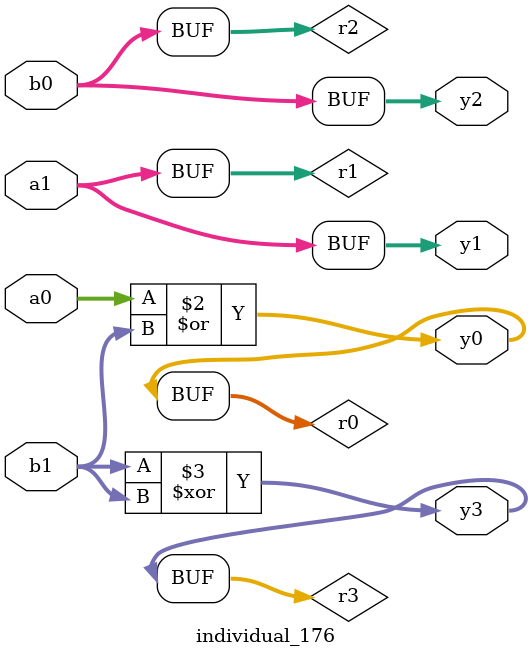
<source format=sv>
module individual_176(input logic [15:0] a1, input logic [15:0] a0, input logic [15:0] b1, input logic [15:0] b0, output logic [15:0] y3, output logic [15:0] y2, output logic [15:0] y1, output logic [15:0] y0);
logic [15:0] r0, r1, r2, r3; 
 always@(*) begin 
	 r0 = a0; r1 = a1; r2 = b0; r3 = b1; 
 	 r0  |=  b1 ;
 	 r3  ^=  b1 ;
 	 y3 = r3; y2 = r2; y1 = r1; y0 = r0; 
end
endmodule
</source>
